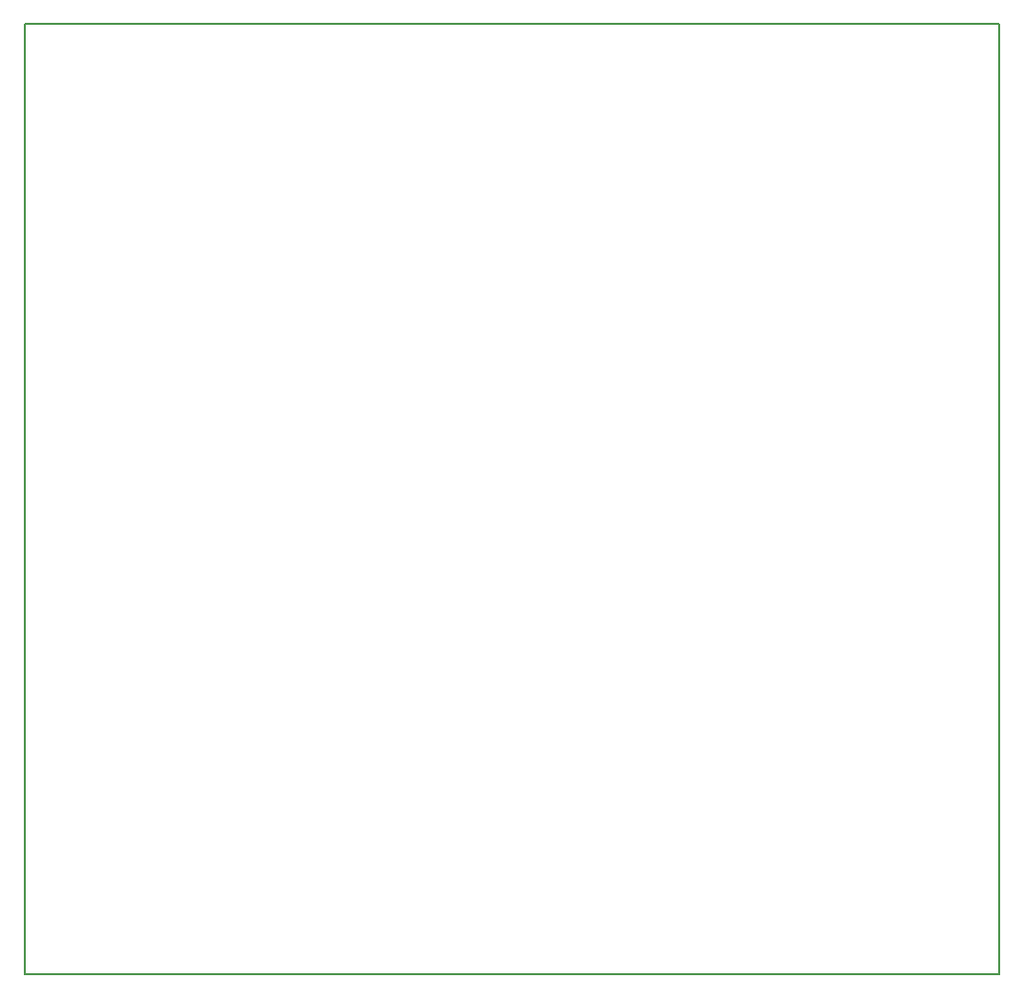
<source format=gbr>
%TF.GenerationSoftware,KiCad,Pcbnew,(5.1.6)-1*%
%TF.CreationDate,2020-10-14T00:10:15+11:00*%
%TF.ProjectId,MPR121 Template,4d505231-3231-4205-9465-6d706c617465,rev?*%
%TF.SameCoordinates,Original*%
%TF.FileFunction,Profile,NP*%
%FSLAX46Y46*%
G04 Gerber Fmt 4.6, Leading zero omitted, Abs format (unit mm)*
G04 Created by KiCad (PCBNEW (5.1.6)-1) date 2020-10-14 00:10:15*
%MOMM*%
%LPD*%
G01*
G04 APERTURE LIST*
%TA.AperFunction,Profile*%
%ADD10C,0.150000*%
%TD*%
G04 APERTURE END LIST*
D10*
X60000000Y-54000000D02*
X60000000Y-135000000D01*
X143000000Y-54000000D02*
X60000000Y-54000000D01*
X143000000Y-135000000D02*
X143000000Y-54000000D01*
X60000000Y-135000000D02*
X143000000Y-135000000D01*
M02*

</source>
